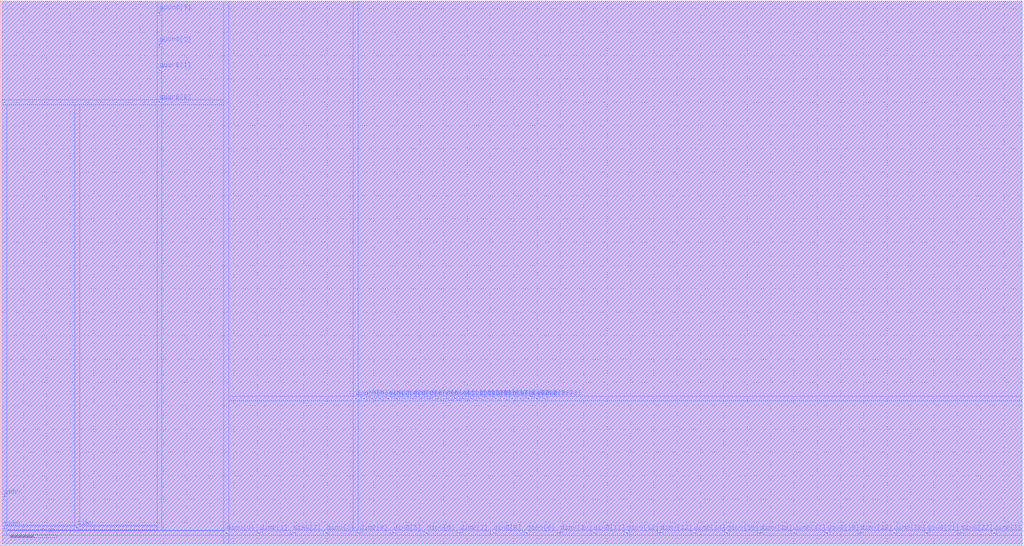
<source format=lef>
VERSION 5.4 ;
NAMESCASESENSITIVE ON ;
BUSBITCHARS "[]" ;
DIVIDERCHAR "/" ;
UNITS
  DATABASE MICRONS 2000 ;
END UNITS
MACRO mp3_tag_array_1
   CLASS BLOCK ;
   SIZE 87.72 BY 46.78 ;
   SYMMETRY X Y R90 ;
   PIN din0[0]
      DIRECTION INPUT ;
      PORT
         LAYER metal3 ;
         RECT  19.295 1.0375 19.43 1.1725 ;
      END
   END din0[0]
   PIN din0[1]
      DIRECTION INPUT ;
      PORT
         LAYER metal3 ;
         RECT  22.155 1.0375 22.29 1.1725 ;
      END
   END din0[1]
   PIN din0[2]
      DIRECTION INPUT ;
      PORT
         LAYER metal3 ;
         RECT  25.015 1.0375 25.15 1.1725 ;
      END
   END din0[2]
   PIN din0[3]
      DIRECTION INPUT ;
      PORT
         LAYER metal3 ;
         RECT  27.875 1.0375 28.01 1.1725 ;
      END
   END din0[3]
   PIN din0[4]
      DIRECTION INPUT ;
      PORT
         LAYER metal3 ;
         RECT  30.735 1.0375 30.87 1.1725 ;
      END
   END din0[4]
   PIN din0[5]
      DIRECTION INPUT ;
      PORT
         LAYER metal3 ;
         RECT  33.595 1.0375 33.73 1.1725 ;
      END
   END din0[5]
   PIN din0[6]
      DIRECTION INPUT ;
      PORT
         LAYER metal3 ;
         RECT  36.455 1.0375 36.59 1.1725 ;
      END
   END din0[6]
   PIN din0[7]
      DIRECTION INPUT ;
      PORT
         LAYER metal3 ;
         RECT  39.315 1.0375 39.45 1.1725 ;
      END
   END din0[7]
   PIN din0[8]
      DIRECTION INPUT ;
      PORT
         LAYER metal3 ;
         RECT  42.175 1.0375 42.31 1.1725 ;
      END
   END din0[8]
   PIN din0[9]
      DIRECTION INPUT ;
      PORT
         LAYER metal3 ;
         RECT  45.035 1.0375 45.17 1.1725 ;
      END
   END din0[9]
   PIN din0[10]
      DIRECTION INPUT ;
      PORT
         LAYER metal3 ;
         RECT  47.895 1.0375 48.03 1.1725 ;
      END
   END din0[10]
   PIN din0[11]
      DIRECTION INPUT ;
      PORT
         LAYER metal3 ;
         RECT  50.755 1.0375 50.89 1.1725 ;
      END
   END din0[11]
   PIN din0[12]
      DIRECTION INPUT ;
      PORT
         LAYER metal3 ;
         RECT  53.615 1.0375 53.75 1.1725 ;
      END
   END din0[12]
   PIN din0[13]
      DIRECTION INPUT ;
      PORT
         LAYER metal3 ;
         RECT  56.475 1.0375 56.61 1.1725 ;
      END
   END din0[13]
   PIN din0[14]
      DIRECTION INPUT ;
      PORT
         LAYER metal3 ;
         RECT  59.335 1.0375 59.47 1.1725 ;
      END
   END din0[14]
   PIN din0[15]
      DIRECTION INPUT ;
      PORT
         LAYER metal3 ;
         RECT  62.195 1.0375 62.33 1.1725 ;
      END
   END din0[15]
   PIN din0[16]
      DIRECTION INPUT ;
      PORT
         LAYER metal3 ;
         RECT  65.055 1.0375 65.19 1.1725 ;
      END
   END din0[16]
   PIN din0[17]
      DIRECTION INPUT ;
      PORT
         LAYER metal3 ;
         RECT  67.915 1.0375 68.05 1.1725 ;
      END
   END din0[17]
   PIN din0[18]
      DIRECTION INPUT ;
      PORT
         LAYER metal3 ;
         RECT  70.775 1.0375 70.91 1.1725 ;
      END
   END din0[18]
   PIN din0[19]
      DIRECTION INPUT ;
      PORT
         LAYER metal3 ;
         RECT  73.635 1.0375 73.77 1.1725 ;
      END
   END din0[19]
   PIN din0[20]
      DIRECTION INPUT ;
      PORT
         LAYER metal3 ;
         RECT  76.495 1.0375 76.63 1.1725 ;
      END
   END din0[20]
   PIN din0[21]
      DIRECTION INPUT ;
      PORT
         LAYER metal3 ;
         RECT  79.355 1.0375 79.49 1.1725 ;
      END
   END din0[21]
   PIN din0[22]
      DIRECTION INPUT ;
      PORT
         LAYER metal3 ;
         RECT  82.215 1.0375 82.35 1.1725 ;
      END
   END din0[22]
   PIN din0[23]
      DIRECTION INPUT ;
      PORT
         LAYER metal3 ;
         RECT  85.075 1.0375 85.21 1.1725 ;
      END
   END din0[23]
   PIN addr0[0]
      DIRECTION INPUT ;
      PORT
         LAYER metal3 ;
         RECT  13.575 37.9375 13.71 38.0725 ;
      END
   END addr0[0]
   PIN addr0[1]
      DIRECTION INPUT ;
      PORT
         LAYER metal3 ;
         RECT  13.575 40.6675 13.71 40.8025 ;
      END
   END addr0[1]
   PIN addr0[2]
      DIRECTION INPUT ;
      PORT
         LAYER metal3 ;
         RECT  13.575 42.8775 13.71 43.0125 ;
      END
   END addr0[2]
   PIN addr0[3]
      DIRECTION INPUT ;
      PORT
         LAYER metal3 ;
         RECT  13.575 45.6075 13.71 45.7425 ;
      END
   END addr0[3]
   PIN csb0
      DIRECTION INPUT ;
      PORT
         LAYER metal3 ;
         RECT  0.285 1.4075 0.42 1.5425 ;
      END
   END csb0
   PIN web0
      DIRECTION INPUT ;
      PORT
         LAYER metal3 ;
         RECT  0.285 4.1375 0.42 4.2725 ;
      END
   END web0
   PIN clk0
      DIRECTION INPUT ;
      PORT
         LAYER metal3 ;
         RECT  6.5275 1.4925 6.6625 1.6275 ;
      END
   END clk0
   PIN dout0[0]
      DIRECTION OUTPUT ;
      PORT
         LAYER metal3 ;
         RECT  30.395 12.55 30.53 12.685 ;
      END
   END dout0[0]
   PIN dout0[1]
      DIRECTION OUTPUT ;
      PORT
         LAYER metal3 ;
         RECT  31.1 12.55 31.235 12.685 ;
      END
   END dout0[1]
   PIN dout0[2]
      DIRECTION OUTPUT ;
      PORT
         LAYER metal3 ;
         RECT  31.805 12.55 31.94 12.685 ;
      END
   END dout0[2]
   PIN dout0[3]
      DIRECTION OUTPUT ;
      PORT
         LAYER metal3 ;
         RECT  32.51 12.55 32.645 12.685 ;
      END
   END dout0[3]
   PIN dout0[4]
      DIRECTION OUTPUT ;
      PORT
         LAYER metal3 ;
         RECT  33.215 12.55 33.35 12.685 ;
      END
   END dout0[4]
   PIN dout0[5]
      DIRECTION OUTPUT ;
      PORT
         LAYER metal3 ;
         RECT  33.92 12.55 34.055 12.685 ;
      END
   END dout0[5]
   PIN dout0[6]
      DIRECTION OUTPUT ;
      PORT
         LAYER metal3 ;
         RECT  34.625 12.55 34.76 12.685 ;
      END
   END dout0[6]
   PIN dout0[7]
      DIRECTION OUTPUT ;
      PORT
         LAYER metal3 ;
         RECT  35.33 12.55 35.465 12.685 ;
      END
   END dout0[7]
   PIN dout0[8]
      DIRECTION OUTPUT ;
      PORT
         LAYER metal3 ;
         RECT  36.035 12.55 36.17 12.685 ;
      END
   END dout0[8]
   PIN dout0[9]
      DIRECTION OUTPUT ;
      PORT
         LAYER metal3 ;
         RECT  36.74 12.55 36.875 12.685 ;
      END
   END dout0[9]
   PIN dout0[10]
      DIRECTION OUTPUT ;
      PORT
         LAYER metal3 ;
         RECT  37.445 12.55 37.58 12.685 ;
      END
   END dout0[10]
   PIN dout0[11]
      DIRECTION OUTPUT ;
      PORT
         LAYER metal3 ;
         RECT  38.15 12.55 38.285 12.685 ;
      END
   END dout0[11]
   PIN dout0[12]
      DIRECTION OUTPUT ;
      PORT
         LAYER metal3 ;
         RECT  38.855 12.55 38.99 12.685 ;
      END
   END dout0[12]
   PIN dout0[13]
      DIRECTION OUTPUT ;
      PORT
         LAYER metal3 ;
         RECT  39.56 12.55 39.695 12.685 ;
      END
   END dout0[13]
   PIN dout0[14]
      DIRECTION OUTPUT ;
      PORT
         LAYER metal3 ;
         RECT  40.265 12.55 40.4 12.685 ;
      END
   END dout0[14]
   PIN dout0[15]
      DIRECTION OUTPUT ;
      PORT
         LAYER metal3 ;
         RECT  40.97 12.55 41.105 12.685 ;
      END
   END dout0[15]
   PIN dout0[16]
      DIRECTION OUTPUT ;
      PORT
         LAYER metal3 ;
         RECT  41.675 12.55 41.81 12.685 ;
      END
   END dout0[16]
   PIN dout0[17]
      DIRECTION OUTPUT ;
      PORT
         LAYER metal3 ;
         RECT  42.38 12.55 42.515 12.685 ;
      END
   END dout0[17]
   PIN dout0[18]
      DIRECTION OUTPUT ;
      PORT
         LAYER metal3 ;
         RECT  43.085 12.55 43.22 12.685 ;
      END
   END dout0[18]
   PIN dout0[19]
      DIRECTION OUTPUT ;
      PORT
         LAYER metal3 ;
         RECT  43.79 12.55 43.925 12.685 ;
      END
   END dout0[19]
   PIN dout0[20]
      DIRECTION OUTPUT ;
      PORT
         LAYER metal3 ;
         RECT  44.495 12.55 44.63 12.685 ;
      END
   END dout0[20]
   PIN dout0[21]
      DIRECTION OUTPUT ;
      PORT
         LAYER metal3 ;
         RECT  45.2 12.55 45.335 12.685 ;
      END
   END dout0[21]
   PIN dout0[22]
      DIRECTION OUTPUT ;
      PORT
         LAYER metal3 ;
         RECT  45.905 12.55 46.04 12.685 ;
      END
   END dout0[22]
   PIN dout0[23]
      DIRECTION OUTPUT ;
      PORT
         LAYER metal3 ;
         RECT  46.61 12.55 46.745 12.685 ;
      END
   END dout0[23]
   PIN vdd
      DIRECTION INOUT ;
      USE POWER ; 
      SHAPE ABUTMENT ; 
      PORT
      END
   END vdd
   PIN gnd
      DIRECTION INOUT ;
      USE GROUND ; 
      SHAPE ABUTMENT ; 
      PORT
      END
   END gnd
   OBS
   LAYER  metal1 ;
      RECT  0.14 0.14 87.58 46.64 ;
   LAYER  metal2 ;
      RECT  0.14 0.14 87.58 46.64 ;
   LAYER  metal3 ;
      RECT  0.14 0.14 19.155 0.8975 ;
      RECT  19.155 0.14 19.57 0.8975 ;
      RECT  19.155 1.3125 19.57 46.64 ;
      RECT  19.57 0.14 87.58 0.8975 ;
      RECT  19.57 0.8975 22.015 1.3125 ;
      RECT  22.43 0.8975 24.875 1.3125 ;
      RECT  25.29 0.8975 27.735 1.3125 ;
      RECT  28.15 0.8975 30.595 1.3125 ;
      RECT  31.01 0.8975 33.455 1.3125 ;
      RECT  33.87 0.8975 36.315 1.3125 ;
      RECT  36.73 0.8975 39.175 1.3125 ;
      RECT  39.59 0.8975 42.035 1.3125 ;
      RECT  42.45 0.8975 44.895 1.3125 ;
      RECT  45.31 0.8975 47.755 1.3125 ;
      RECT  48.17 0.8975 50.615 1.3125 ;
      RECT  51.03 0.8975 53.475 1.3125 ;
      RECT  53.89 0.8975 56.335 1.3125 ;
      RECT  56.75 0.8975 59.195 1.3125 ;
      RECT  59.61 0.8975 62.055 1.3125 ;
      RECT  62.47 0.8975 64.915 1.3125 ;
      RECT  65.33 0.8975 67.775 1.3125 ;
      RECT  68.19 0.8975 70.635 1.3125 ;
      RECT  71.05 0.8975 73.495 1.3125 ;
      RECT  73.91 0.8975 76.355 1.3125 ;
      RECT  76.77 0.8975 79.215 1.3125 ;
      RECT  79.63 0.8975 82.075 1.3125 ;
      RECT  82.49 0.8975 84.935 1.3125 ;
      RECT  85.35 0.8975 87.58 1.3125 ;
      RECT  0.14 37.7975 13.435 38.2125 ;
      RECT  0.14 38.2125 13.435 46.64 ;
      RECT  13.435 1.3125 13.85 37.7975 ;
      RECT  13.85 1.3125 19.155 37.7975 ;
      RECT  13.85 37.7975 19.155 38.2125 ;
      RECT  13.85 38.2125 19.155 46.64 ;
      RECT  13.435 38.2125 13.85 40.5275 ;
      RECT  13.435 40.9425 13.85 42.7375 ;
      RECT  13.435 43.1525 13.85 45.4675 ;
      RECT  13.435 45.8825 13.85 46.64 ;
      RECT  0.14 0.8975 0.145 1.2675 ;
      RECT  0.14 1.2675 0.145 1.3125 ;
      RECT  0.145 0.8975 0.56 1.2675 ;
      RECT  0.56 0.8975 19.155 1.2675 ;
      RECT  0.56 1.2675 19.155 1.3125 ;
      RECT  0.14 1.3125 0.145 1.6825 ;
      RECT  0.14 1.6825 0.145 37.7975 ;
      RECT  0.145 1.6825 0.56 3.9975 ;
      RECT  0.145 4.4125 0.56 37.7975 ;
      RECT  0.56 1.3125 6.3875 1.3525 ;
      RECT  0.56 1.3525 6.3875 1.6825 ;
      RECT  6.3875 1.3125 6.8025 1.3525 ;
      RECT  6.8025 1.3125 13.435 1.3525 ;
      RECT  6.8025 1.3525 13.435 1.6825 ;
      RECT  0.56 1.6825 6.3875 1.7675 ;
      RECT  0.56 1.7675 6.3875 37.7975 ;
      RECT  6.3875 1.7675 6.8025 37.7975 ;
      RECT  6.8025 1.6825 13.435 1.7675 ;
      RECT  6.8025 1.7675 13.435 37.7975 ;
      RECT  19.57 1.3125 30.255 12.41 ;
      RECT  19.57 12.41 30.255 12.825 ;
      RECT  19.57 12.825 30.255 46.64 ;
      RECT  30.255 1.3125 30.67 12.41 ;
      RECT  30.255 12.825 30.67 46.64 ;
      RECT  30.67 1.3125 87.58 12.41 ;
      RECT  30.67 12.825 87.58 46.64 ;
      RECT  30.67 12.41 30.96 12.825 ;
      RECT  31.375 12.41 31.665 12.825 ;
      RECT  32.08 12.41 32.37 12.825 ;
      RECT  32.785 12.41 33.075 12.825 ;
      RECT  33.49 12.41 33.78 12.825 ;
      RECT  34.195 12.41 34.485 12.825 ;
      RECT  34.9 12.41 35.19 12.825 ;
      RECT  35.605 12.41 35.895 12.825 ;
      RECT  36.31 12.41 36.6 12.825 ;
      RECT  37.015 12.41 37.305 12.825 ;
      RECT  37.72 12.41 38.01 12.825 ;
      RECT  38.425 12.41 38.715 12.825 ;
      RECT  39.13 12.41 39.42 12.825 ;
      RECT  39.835 12.41 40.125 12.825 ;
      RECT  40.54 12.41 40.83 12.825 ;
      RECT  41.245 12.41 41.535 12.825 ;
      RECT  41.95 12.41 42.24 12.825 ;
      RECT  42.655 12.41 42.945 12.825 ;
      RECT  43.36 12.41 43.65 12.825 ;
      RECT  44.065 12.41 44.355 12.825 ;
      RECT  44.77 12.41 45.06 12.825 ;
      RECT  45.475 12.41 45.765 12.825 ;
      RECT  46.18 12.41 46.47 12.825 ;
      RECT  46.885 12.41 87.58 12.825 ;
   LAYER  metal4 ;
      RECT  0.14 0.14 87.58 46.64 ;
   END
END    mp3_tag_array_1
END    LIBRARY

</source>
